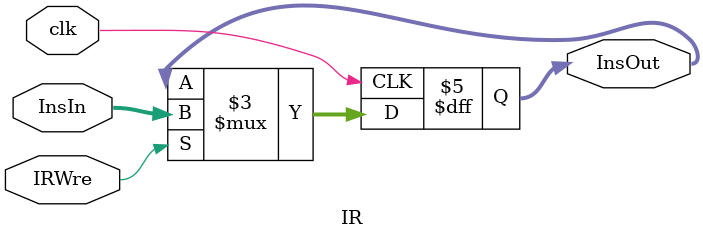
<source format=v>

module IR (
    clk,
    IRWre,
    InsIn,
    InsOut
);
    input clk, IRWre;
    input [31:0] InsIn;
    output reg [31:0] InsOut;

    always @(negedge clk) begin
        if (IRWre)
            InsOut <= InsIn;
        else
            InsOut <= InsOut;       //指令不变
    end

endmodule
</source>
